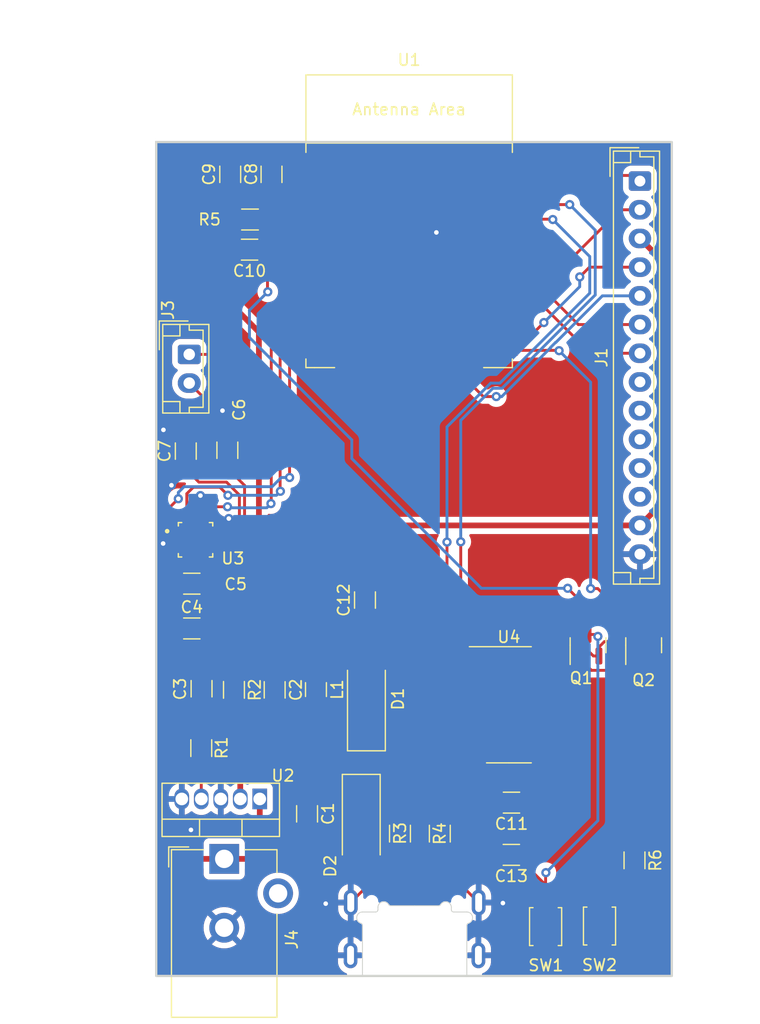
<source format=kicad_pcb>
(kicad_pcb (version 20221018) (generator pcbnew)
  (layers (0 "F.Cu" signal) (31 "B.Cu" signal) (34 "B.Paste" user) (35 "F.Paste" user) (36 "B.SilkS" user "B.Silkscreen") (37 "F.SilkS" user "F.Silkscreen") (38 "B.Mask" user) (39 "F.Mask" user) (44 "Edge.Cuts" user))
  (net 0 "")
  (net 1 "VCC")
  (net 2 "GND")
  (net 3 "Net-(U2-FB)")
  (net 4 "Net-(C4-Pad1)")
  (net 5 "Net-(J3-Pin_1)")
  (net 6 "EN")
  (net 7 "Net-(D1-K)")
  (net 8 "MISO")
  (net 9 "MOSI")
  (net 10 "DC")
  (net 11 "RESET")
  (net 12 "SCLK")
  (net 13 "DIN")
  (net 14 "CS2")
  (net 19 "Net-(J2-CC1)")
  (net 20 "D+")
  (net 21 "D-")
  (net 23 "Net-(J2-CC2)")
  (net 25 "Net-(Q1-G)")
  (net 26 "Net-(Q1-S)")
  (net 27 "BOOT")
  (net 28 "Net-(R6-Pad2)")
  (net 35 "PWR")
  (net 36 "Net-(J3-Pin_2)")
  (net 41 "RX2")
  (net 43 "CS")
  (net 45 "RX0")
  (net 46 "TX0")
  (net 49 "LRCLK")
  (net 50 "BCLK")
  (net 60 "Net-(D2-A)")
  (footprint "PCM_marbastlib-various:USB_C_Receptacle_HRO_TYPE-C-31-M-14" (layer "F.Cu") (at 199.285 152.5725)
    (fp_text reference "J2" hide)
    (fp_text value "USB_C_Receptacle_USB2.0" hide)
    (fp_line (start -4.554999 2.075821) (end -4.554999 6.435) (stroke (width 0.08)) (layer "Edge.Cuts"))
    (fp_line (start -3.404998 0.905) (end -4.554999 0.905) (stroke (width 0.08)) (layer "Edge.Cuts"))
    (fp_line (start -3.204999 0.505) (end -3.204999 0.705) (stroke (width 0.08)) (layer "Edge.Cuts"))
    (fp_line (start -0.004999 0.355) (end -2.098781 0.355) (stroke (width 0.08)) (layer "Edge.Cuts"))
    (fp_line (start -0.004999 0.355) (end 2.088783 0.355) (stroke (width 0.08)) (layer "Edge.Cuts"))
    (fp_line (start 3.195001 0.505) (end 3.195001 0.705) (stroke (width 0.08)) (layer "Edge.Cuts"))
    (fp_line (start 3.395 0.905) (end 4.545001 0.905) (stroke (width 0.08)) (layer "Edge.Cuts"))
    (fp_line (start 4.545001 2.075821) (end 4.545001 6.435) (stroke (width 0.08)) (layer "Edge.Cuts"))
    (fp_arc (start -4.697856 1.884157) (mid -5.04976 1.332815) (end -4.554999 0.905) (stroke (width 0.08)) (layer "Edge.Cuts"))
    (fp_arc (start -4.697856 1.884158) (mid -4.594642 1.956298) (end -4.554999 2.075821) (stroke (width 0.08)) (layer "Edge.Cuts"))
    (fp_arc (start -3.204999 0.505) (mid -2.834408 0.022037) (end -2.271986 0.255) (stroke (width 0.08)) (layer "Edge.Cuts"))
    (fp_arc (start -3.204998 0.705) (mid -3.263577 0.846421) (end -3.404998 0.905) (stroke (width 0.08)) (layer "Edge.Cuts"))
    (fp_arc (start -2.098781 0.355) (mid -2.198781 0.328205) (end -2.271986 0.255) (stroke (width 0.08)) (layer "Edge.Cuts"))
    (fp_arc (start 2.261988 0.255) (mid 2.188782 0.328199) (end 2.088783 0.355) (stroke (width 0.08)) (layer "Edge.Cuts"))
    (fp_arc (start 2.261988 0.255) (mid 2.82441 0.022038) (end 3.195001 0.505) (stroke (width 0.08)) (layer "Edge.Cuts"))
    (fp_arc (start 3.395 0.904999) (mid 3.253579 0.846421) (end 3.195001 0.705) (stroke (width 0.08)) (layer "Edge.Cuts"))
    (fp_arc (start 4.545001 0.904999) (mid 5.039763 1.332815) (end 4.687858 1.884158) (stroke (width 0.08)) (layer "Edge.Cuts"))
    (fp_arc (start 4.545001 2.075821) (mid 4.584645 1.95631) (end 4.687858 1.884158) (stroke (width 0.08)) (layer "Edge.Cuts"))
  )
  (footprint "Capacitor_SMD:C_1206_3216Metric_Pad1.33x1.80mm_HandSolder" (layer "F.Cu") (at 187.075 134.125 -90)
    (fp_text reference "C2")
    (fp_text value "220uF" hide)
  )
  (footprint "Connector_JST:JST_EH_B14B-EH-A_1x14_P2.50mm_Vertical" (layer "F.Cu") (at 218.925 89.8 -90)
    (fp_text reference "J1")
    (fp_text value "LCD + SD" hide)
  )
  (footprint "Capacitor_SMD:C_1206_3216Metric_Pad1.33x1.80mm_HandSolder" (layer "F.Cu") (at 183.2 89.2125 90)
    (fp_text reference "C9")
    (fp_text value "100nF" hide)
  )
  (footprint "Package_TO_SOT_SMD:SOT-23" (layer "F.Cu") (at 219.25 130.2375 90)
    (fp_text reference "Q2")
    (fp_text value "BSS138" hide)
  )
  (footprint "Capacitor_SMD:C_1206_3216Metric_Pad1.33x1.80mm_HandSolder" (layer "F.Cu") (at 179.325 113.325 90)
    (fp_text reference "C7")
    (fp_text value "220p" hide)
  )
  (footprint "MAX98357AETE_T:QFN50P300X300X80-17N" (layer "F.Cu") (at 180.175 121.05)
    (fp_text reference "U3")
    (fp_text value "MAX98357AETE_T" hide)
  )
  (footprint "Resistor_SMD:R_1206_3216Metric_Pad1.30x1.75mm_HandSolder" (layer "F.Cu") (at 218.45 148.975 -90)
    (fp_text reference "R6")
    (fp_text value "100R" hide)
  )
  (footprint "Diode_SMD:D_SMA_Handsoldering" (layer "F.Cu") (at 195.075 134.925 90)
    (fp_text reference "D1")
    (fp_text value "1N5822" hide)
  )
  (footprint "Capacitor_SMD:C_1206_3216Metric_Pad1.33x1.80mm_HandSolder" (layer "F.Cu") (at 179.85 124.875)
    (fp_text reference "C5")
    (fp_text value "10u" hide)
  )
  (footprint "Capacitor_SMD:C_1206_3216Metric_Pad1.33x1.80mm_HandSolder" (layer "F.Cu") (at 207.725 143.95 180)
    (fp_text reference "C11")
    (fp_text value "100nF" hide)
  )
  (footprint "Capacitor_SMD:C_1206_3216Metric_Pad1.33x1.80mm_HandSolder" (layer "F.Cu") (at 207.7125 148.5 180)
    (fp_text reference "C13")
    (fp_text value "1uF" hide)
  )
  (footprint "PCM_Espressif:ESP32-WROOM-32E" (layer "F.Cu") (at 198.8 95.05)
    (fp_text reference "U1")
    (fp_text value "ESP32-WROOM-E")
  )
  (footprint "Button_Switch_SMD:SW_SPST_B3U-1000P" (layer "F.Cu") (at 210.7 154.75 -90)
    (fp_text reference "SW1")
    (fp_text value "SW_Push" hide)
  )
  (footprint "Capacitor_SMD:C_1206_3216Metric_Pad1.33x1.80mm_HandSolder" (layer "F.Cu") (at 184.8875 95.775 180)
    (fp_text reference "C10")
    (fp_text value "1pF" hide)
  )
  (footprint "Button_Switch_SMD:SW_SPST_B3U-1000P" (layer "F.Cu") (at 215.4 154.7 -90)
    (fp_text reference "SW2")
    (fp_text value "SW_Push" hide)
  )
  (footprint "Package_TO_SOT_THT:TO-220-5_Vertical" (layer "F.Cu") (at 185.775 143.63 180)
    (fp_text reference "U2")
    (fp_text value "LM2596T-ADJ" hide)
  )
  (footprint "Package_SO:SOIC-16_3.9x9.9mm_P1.27mm" (layer "F.Cu") (at 207.5 135.425)
    (fp_text reference "U4")
    (fp_text value "CH340C" hide)
  )
  (footprint "Inductor_SMD:L_1206_3216Metric_Pad1.42x1.75mm_HandSolder" (layer "F.Cu") (at 190.675 134.1 90)
    (fp_text reference "L1")
    (fp_text value "33uH" hide)
  )
  (footprint "Capacitor_SMD:C_1206_3216Metric_Pad1.33x1.80mm_HandSolder" (layer "F.Cu") (at 180.7 134.025 -90)
    (fp_text reference "C3")
    (fp_text value "0.1pF" hide)
  )
  (footprint "Resistor_SMD:R_1206_3216Metric_Pad1.30x1.75mm_HandSolder" (layer "F.Cu") (at 201.475 146.65 90)
    (fp_text reference "R4")
    (fp_text value "5.1K" hide)
  )
  (footprint "Capacitor_SMD:C_1206_3216Metric_Pad1.33x1.80mm_HandSolder" (layer "F.Cu") (at 186.8 89.2125 90)
    (fp_text reference "C8")
    (fp_text value "22uF" hide)
  )
  (footprint "Connector_BarrelJack:BarrelJack_CUI_PJ-102AH_Horizontal" (layer "F.Cu") (at 182.675 148.85)
    (fp_text reference "J4")
    (fp_text value "Barrel_Jack_MountingPin" hide)
  )
  (footprint "Capacitor_SMD:C_1206_3216Metric_Pad1.33x1.80mm_HandSolder" (layer "F.Cu") (at 189.9 144.925 90)
    (fp_text reference "C1")
    (fp_text value "100uF" hide)
  )
  (footprint "Resistor_SMD:R_1206_3216Metric_Pad1.30x1.75mm_HandSolder" (layer "F.Cu") (at 198 146.65 90)
    (fp_text reference "R3")
    (fp_text value "5.1K" hide)
  )
  (footprint "Capacitor_SMD:C_1206_3216Metric_Pad1.33x1.80mm_HandSolder" (layer "F.Cu") (at 179.85 128.775)
    (fp_text reference "C4")
    (fp_text value "0.1u" hide)
  )
  (footprint "Diode_SMD:D_SMA_Handsoldering" (layer "F.Cu") (at 194.625 146 -90)
    (fp_text reference "D2")
    (fp_text value "SS110A" hide)
  )
  (footprint "Capacitor_SMD:C_1206_3216Metric_Pad1.33x1.80mm_HandSolder" (layer "F.Cu") (at 182.95 113.25 90)
    (fp_text reference "C6")
    (fp_text value "220p" hide)
  )
  (footprint "Connector_JST:JST_EH_B2B-EH-A_1x02_P2.50mm_Vertical" (layer "F.Cu") (at 179.625 104.9 -90)
    (fp_text reference "J3")
    (fp_text value "SPEAKER" hide)
  )
  (footprint "Capacitor_SMD:C_1206_3216Metric_Pad1.33x1.80mm_HandSolder" (layer "F.Cu") (at 194.95 126.3 90)
    (fp_text reference "C12")
    (fp_text value "100nF" hide)
  )
  (footprint "Package_TO_SOT_SMD:SOT-23" (layer "F.Cu") (at 214.4 130.2375 90)
    (fp_text reference "Q1")
    (fp_text value "BSS138" hide)
  )
  (footprint "Resistor_SMD:R_1206_3216Metric_Pad1.30x1.75mm_HandSolder" (layer "F.Cu") (at 184.925 93.15)
    (fp_text reference "R5")
    (fp_text value "10K" hide)
  )
  (footprint "Resistor_SMD:R_1206_3216Metric_Pad1.30x1.75mm_HandSolder" (layer "F.Cu") (at 183.525 134.125 -90)
    (fp_text reference "R2")
    (fp_text value "1.8K" hide)
  )
  (footprint "Resistor_SMD:R_1206_3216Metric_Pad1.30x1.75mm_HandSolder" (layer "F.Cu") (at 180.675 139.2 90)
    (fp_text reference "R1")
    (fp_text value "1K" hide)
  )
  (gr_rect (start 176.75 86.4) (end 221.7 159.05) (stroke (width 0.2)) (fill none) (layer "Edge.Cuts"))
  (segment (start 192.475 143.65) (end 191.825 144.3) (width 0.5) (layer "F.Cu") (net 1))
  (segment (start 180.275 148.85) (end 182.675 148.85) (width 0.5) (layer "F.Cu") (net 1))
  (segment (start 191.825 148.275) (end 190.225 148.275) (width 0.5) (layer "F.Cu") (net 1))
  (segment (start 180.425 122.485) (end 180.425 123.05) (width 0.25) (layer "F.Cu") (net 1))
  (segment (start 177.425 132.6) (end 178.275 131.75) (width 0.5) (layer "F.Cu") (net 1))
  (segment (start 182.675 148.85) (end 184.725 148.85) (width 0.5) (layer "F.Cu") (net 1))
  (segment (start 178.2875 124.875) (end 178.2875 128.775) (width 0.5) (layer "F.Cu") (net 1))
  (segment (start 178.275 130.0625) (end 178.2875 130.05) (width 0.5) (layer "F.Cu") (net 1))
  (segment (start 185.7825 143.6375) (end 185.775 143.63) (width 0.5) (layer "F.Cu") (net 1))
  (segment (start 191.825 144.3) (end 191.825 148.275) (width 0.5) (layer "F.Cu") (net 1))
  (segment (start 178.275 123.6) (end 178.2875 123.6125) (width 0.25) (layer "F.Cu") (net 1))
  (segment (start 178.275 131.75) (end 178.275 130.0625) (width 0.5) (layer "F.Cu") (net 1))
  (segment (start 184.725 148.85) (end 187.0875 146.4875) (width 0.5) (layer "F.Cu") (net 1))
  (segment (start 178.2875 128.775) (end 178.2875 130.05) (width 0.5) (layer "F.Cu") (net 1))
  (segment (start 177.425 146) (end 180.275 148.85) (width 0.5) (layer "F.Cu") (net 1))
  (segment (start 180.425 123.05) (end 180.175 123.3) (width 0.25) (layer "F.Cu") (net 1))
  (segment (start 190.225 148.275) (end 189.9 147.95) (width 0.5) (layer "F.Cu") (net 1))
  (segment (start 194.35 143.65) (end 192.475 143.65) (width 0.5) (layer "F.Cu") (net 1))
  (segment (start 177.425 146) (end 177.425 132.6) (width 0.5) (layer "F.Cu") (net 1))
  (segment (start 178.275 124.8625) (end 178.2875 124.875) (width 0.25) (layer "F.Cu") (net 1))
  (segment (start 178.275 123.6375) (end 178.275 124.8625) (width 0.25) (layer "F.Cu") (net 1))
  (segment (start 185.775 145.175) (end 187.0875 146.4875) (width 0.5) (layer "F.Cu") (net 1))
  (segment (start 187.0875 146.4875) (end 189.9 146.4875) (width 0.5) (layer "F.Cu") (net 1))
  (segment (start 178.575 123.3) (end 178.275 123.6) (width 0.25) (layer "F.Cu") (net 1))
  (segment (start 194.3625 143.6375) (end 194.35 143.65) (width 0.5) (layer "F.Cu") (net 1))
  (segment (start 185.775 143.63) (end 185.775 145.175) (width 0.5) (layer "F.Cu") (net 1))
  (segment (start 180.175 123.3) (end 178.575 123.3) (width 0.25) (layer "F.Cu") (net 1))
  (segment (start 189.9 147.95) (end 189.9 146.4875) (width 0.5) (layer "F.Cu") (net 1))
  (segment (start 194.99 151.3725) (end 193.71 152.6525) (width 0.25) (layer "F.Cu") (net 2))
  (segment (start 182.375 143.63) (end 182.375 145.8) (width 0.25) (layer "F.Cu") (net 2))
  (segment (start 178.74 121.3) (end 177.425 121.3) (width 0.25) (layer "F.Cu") (net 2))
  (segment (start 204.84 157.2525) (end 204.84 152.6725) (width 0.25) (layer "F.Cu") (net 2))
  (segment (start 191.525 152.75) (end 193.6125 152.75) (width 0.25) (layer "F.Cu") (net 2))
  (segment (start 204.84 152.6725) (end 204.86 152.6525) (width 0.25) (layer "F.Cu") (net 2))
  (segment (start 206.975 152.7) (end 204.9075 152.7) (width 0.25) (layer "F.Cu") (net 2))
  (segment (start 182.355 119.92) (end 182.355 120.54985) (width 0.25) (layer "F.Cu") (net 2))
  (segment (start 181.85 146.325) (end 179.775 146.325) (width 0.25) (layer "F.Cu") (net 2))
  (segment (start 179.775 146.325) (end 178.975 145.525) (width 0.25) (layer "F.Cu") (net 2))
  (segment (start 178.975 145.525) (end 178.975 143.63) (width 0.25) (layer "F.Cu") (net 2))
  (segment (start 180.6 117.1995) (end 179.925 117.8745) (width 0.25) (layer "F.Cu") (net 2))
  (segment (start 182.10485 120.8) (end 181.61 120.8) (width 0.25) (layer "F.Cu") (net 2))
  (segment (start 183.075 119.2) (end 182.355 119.92) (width 0.25) (layer "F.Cu") (net 2))
  (segment (start 204.9075 152.7) (end 204.86 152.6525) (width 0.25) (layer "F.Cu") (net 2))
  (segment (start 182.375 145.8) (end 181.85 146.325) (width 0.25) (layer "F.Cu") (net 2))
  (segment (start 203.58 151.3725) (end 204.86 152.6525) (width 0.25) (layer "F.Cu") (net 2))
  (segment (start 193.6125 152.75) (end 193.71 152.6525) (width 0.25) (layer "F.Cu") (net 2))
  (segment (start 193.69 157.2525) (end 193.69 152.6725) (width 0.25) (layer "F.Cu") (net 2))
  (segment (start 182.355 120.54985) (end 182.10485 120.8) (width 0.25) (layer "F.Cu") (net 2))
  (segment (start 177.425 121.3) (end 177.35 121.375) (width 0.25) (layer "F.Cu") (net 2))
  (segment (start 178.74 120.8) (end 178.74 121.3) (width 0.25) (layer "F.Cu") (net 2))
  (segment (start 196.085 151.3725) (end 194.99 151.3725) (width 0.25) (layer "F.Cu") (net 2))
  (segment (start 191.525 152.75) (end 191.7 152.575) (width 0.25) (layer "F.Cu") (net 2))
  (segment (start 202.485 151.3725) (end 203.58 151.3725) (width 0.25) (layer "F.Cu") (net 2))
  (segment (start 193.69 152.6725) (end 193.71 152.6525) (width 0.25) (layer "F.Cu") (net 2))
  (segment (start 179.925 117.8745) (end 179.925 119.615) (width 0.25) (layer "F.Cu") (net 2))
  (via (at 180.6 117.1995) (size 0.8) (drill 0.4) (layers "F.Cu" "B.Cu") (net 2))
  (via (at 178.075 116.3) (size 0.8) (drill 0.4) (layers "F.Cu" "B.Cu") (net 2))
  (via (at 183.075 119.2) (size 0.8) (drill 0.4) (layers "F.Cu" "B.Cu") (net 2))
  (via (at 182.525 109.8) (size 0.8) (drill 0.4) (layers "F.Cu" "B.Cu") (net 2))
  (via (at 179.775 146.325) (size 0.8) (drill 0.4) (layers "F.Cu" "B.Cu") (net 2))
  (via (at 177.375 111.475) (size 0.8) (drill 0.4) (layers "F.Cu" "B.Cu") (net 2))
  (via (at 177.35 121.375) (size 0.8) (drill 0.4) (layers "F.Cu" "B.Cu") (net 2))
  (via (at 206.975 152.7) (size 0.8) (drill 0.4) (layers "F.Cu" "B.Cu") (net 2))
  (via (at 191.525 152.75) (size 0.8) (drill 0.4) (layers "F.Cu" "B.Cu") (net 2))
  (via (at 201.175 94.275) (size 0.8) (drill 0.4) (layers "F.Cu" "B.Cu") (net 2))
  (segment (start 179.1 140.75) (end 180.675 140.75) (width 0.25) (layer "F.Cu") (net 3))
  (segment (start 183.4375 135.5875) (end 183.525 135.675) (width 0.25) (layer "F.Cu") (net 3))
  (segment (start 180.7 135.5875) (end 183.4375 135.5875) (width 0.25) (layer "F.Cu") (net 3))
  (segment (start 178.65 136.45) (end 178.65 140.375) (width 0.25) (layer "F.Cu") (net 3))
  (segment (start 178.65 140.375) (end 179.1 140.75) (width 0.25) (layer "F.Cu") (net 3))
  (segment (start 180.7 135.5875) (end 179.5125 135.5875) (width 0.25) (layer "F.Cu") (net 3))
  (segment (start 180.675 140.75) (end 180.675 143.63) (width 0.25) (layer "F.Cu") (net 3))
  (segment (start 179.5125 135.5875) (end 178.65 136.45) (width 0.25) (layer "F.Cu") (net 3))
  (segment (start 183.325 121.3) (end 181.61 121.3) (width 0.25) (layer "F.Cu") (net 5))
  (segment (start 184 117.15) (end 184 120.625) (width 0.25) (layer "F.Cu") (net 5))
  (segment (start 179.325 114.8875) (end 180.7875 114.8875) (width 0.25) (layer "F.Cu") (net 5))
  (segment (start 181.05 108.825) (end 179.625 107.4) (width 0.25) (layer "F.Cu") (net 5))
  (segment (start 179.325 114.8875) (end 180.4625 116.025) (width 0.25) (layer "F.Cu") (net 5))
  (segment (start 184 120.625) (end 183.325 121.3) (width 0.25) (layer "F.Cu") (net 5))
  (segment (start 180.4625 116.025) (end 182.875 116.025) (width 0.25) (layer "F.Cu") (net 5))
  (segment (start 180.7875 114.8875) (end 181.05 114.625) (width 0.25) (layer "F.Cu") (net 5))
  (segment (start 182.875 116.025) (end 184 117.15) (width 0.25) (layer "F.Cu") (net 5))
  (segment (start 181.05 114.625) (end 181.05 108.825) (width 0.25) (layer "F.Cu") (net 5))
  (segment (start 189.3 90.58) (end 187.1025 92.7775) (width 0.25) (layer "F.Cu") (net 6))
  (segment (start 209.25 143.9125) (end 209.2875 143.95) (width 0.25) (layer "F.Cu") (net 6))
  (segment (start 186.475 99.45) (end 186.45 99.425) (width 0.25) (layer "F.Cu") (net 6))
  (segment (start 214.4 129.3) (end 215.089384 129.3) (width 0.25) (layer "F.Cu") (net 6))
  (segment (start 209.2875 148.4875) (end 209.275 148.5) (width 0.25) (layer "F.Cu") (net 6))
  (segment (start 210.7 151.125) (end 209.275 149.7) (width 0.25) (layer "F.Cu") (net 6))
  (segment (start 210.7 151.125) (end 210.7 153.05) (width 0.25) (layer "F.Cu") (net 6))
  (segment (start 209.275 149.7) (end 209.275 148.5) (width 0.25) (layer "F.Cu") (net 6))
  (segment (start 215.089384 129.3) (end 215.257393 129.468009) (width 0.25) (layer "F.Cu") (net 6))
  (segment (start 186.73 93.15) (end 186.475 93.15) (width 0.25) (layer "F.Cu") (net 6))
  (segment (start 212.625 125.275) (end 214.4 127.05) (width 0.25) (layer "F.Cu") (net 6))
  (segment (start 210.725 150.05) (end 210.7 150.075) (width 0.25) (layer "F.Cu") (net 6))
  (segment (start 210.725 150.05) (end 210.725 149.95) (width 0.25) (layer "F.Cu") (net 6))
  (segment (start 209.2875 143.95) (end 209.2875 148.4875) (width 0.25) (layer "F.Cu") (net 6))
  (segment (start 186.45 99.425) (end 186.45 95.775) (width 0.25) (layer "F.Cu") (net 6))
  (segment (start 210.7 150.075) (end 210.7 151.125) (width 0.25) (layer "F.Cu") (net 6))
  (segment (start 186.45 93.43) (end 187.1025 92.7775) (width 0.25) (layer "F.Cu") (net 6))
  (segment (start 186.45 95.775) (end 186.45 93.43) (width 0.25) (layer "F.Cu") (net 6))
  (segment (start 190.05 90.58) (end 189.3 90.58) (width 0.25) (layer "F.Cu") (net 6))
  (segment (start 214.4 127.05) (end 214.4 129.3) (width 0.25) (layer "F.Cu") (net 6))
  (segment (start 187.1025 92.7775) (end 186.73 93.15) (width 0.25) (layer "F.Cu") (net 6))
  (via (at 186.475 99.45) (size 0.8) (drill 0.4) (layers "F.Cu" "B.Cu") (net 6))
  (via (at 215.257393 129.468009) (size 0.8) (drill 0.4) (layers "F.Cu" "B.Cu") (net 6))
  (via (at 210.725 150.05) (size 0.8) (drill 0.4) (layers "F.Cu" "B.Cu") (net 6))
  (via (at 212.625 125.275) (size 0.8) (drill 0.4) (layers "F.Cu" "B.Cu") (net 6))
  (segment (start 184.875 103.425) (end 193.8 112.35) (width 0.25) (layer "B.Cu") (net 6))
  (segment (start 184.875 101.05) (end 184.875 103.425) (width 0.25) (layer "B.Cu") (net 6))
  (segment (start 193.8 113.975305) (end 205.099695 125.275) (width 0.25) (layer "B.Cu") (net 6))
  (segment (start 205.099695 125.275) (end 212.625 125.275) (width 0.25) (layer "B.Cu") (net 6))
  (segment (start 193.8 112.35) (end 193.8 113.975305) (width 0.25) (layer "B.Cu") (net 6))
  (segment (start 215.257393 129.468009) (end 215.257393 145.517607) (width 0.25) (layer "B.Cu") (net 6))
  (segment (start 186.475 99.45) (end 184.875 101.05) (width 0.25) (layer "B.Cu") (net 6))
  (segment (start 215.257393 145.517607) (end 210.725 150.05) (width 0.25) (layer "B.Cu") (net 6))
  (segment (start 191.15 137.425) (end 190.675 136.95) (width 0.5) (layer "F.Cu") (net 7))
  (segment (start 190.675 136.95) (end 190.675 135.5875) (width 0.5) (layer "F.Cu") (net 7))
  (segment (start 185.325 140.575) (end 184.075 141.825) (width 0.5) (layer "F.Cu") (net 7))
  (segment (start 195.075 139.5) (end 194 140.575) (width 0.5) (layer "F.Cu") (net 7))
  (segment (start 194 140.575) (end 185.325 140.575) (width 0.5) (layer "F.Cu") (net 7))
  (segment (start 195.075 137.425) (end 195.075 139.5) (width 0.5) (layer "F.Cu") (net 7))
  (segment (start 195.075 137.425) (end 191.15 137.425) (width 0.5) (layer "F.Cu") (net 7))
  (segment (start 184.075 141.825) (end 184.075 143.63) (width 0.5) (layer "F.Cu") (net 7))
  (segment (start 212.57 96.93) (end 207.55 96.93) (width 0.25) (layer "F.Cu") (net 8))
  (segment (start 217.2 92.3) (end 212.57 96.93) (width 0.25) (layer "F.Cu") (net 8))
  (segment (start 218.925 92.3) (end 217.2 92.3) (width 0.25) (layer "F.Cu") (net 8))
  (segment (start 218.435 89.31) (end 218.925 89.8) (width 0.25) (layer "F.Cu") (net 9))
  (segment (start 207.55 89.31) (end 218.435 89.31) (width 0.25) (layer "F.Cu") (net 9))
  (segment (start 209.395 103.28) (end 210.55 102.125) (width 0.25) (layer "F.Cu") (net 10))
  (segment (start 214.525 97.3) (end 218.925 97.3) (width 0.25) (layer "F.Cu") (net 10))
  (segment (start 207.55 103.28) (end 209.395 103.28) (width 0.25) (layer "F.Cu") (net 10))
  (segment (start 213.675 98.15) (end 214.525 97.3) (width 0.25) (layer "F.Cu") (net 10))
  (via (at 210.55 102.125) (size 0.8) (drill 0.4) (layers "F.Cu" "B.Cu") (net 10))
  (via (at 213.675 98.15) (size 0.8) (drill 0.4) (layers "F.Cu" "B.Cu") (net 10))
  (segment (start 213.675 99) (end 210.55 102.125) (width 0.25) (layer "B.Cu") (net 10))
  (segment (start 213.675 98.15) (end 213.675 99) (width 0.25) (layer "B.Cu") (net 10))
  (segment (start 203.24 106.55) (end 205.265 108.575) (width 0.25) (layer "F.Cu") (net 11))
  (segment (start 203.24 105.8) (end 203.24 106.55) (width 0.25) (layer "F.Cu") (net 11))
  (segment (start 205.265 108.575) (end 206.4 108.575) (width 0.25) (layer "F.Cu") (net 11))
  (via (at 206.4 108.575) (size 0.8) (drill 0.4) (layers "F.Cu" "B.Cu") (net 11))
  (segment (start 211.15 104.274695) (end 211.574695 103.85) (width 0.25) (layer "B.Cu") (net 11))
  (segment (start 206.875 108.575) (end 211.15 104.3) (width 0.25) (layer "B.Cu") (net 11))
  (segment (start 215.65 99.8) (end 218.925 99.8) (width 0.25) (layer "B.Cu") (net 11))
  (segment (start 211.574695 103.85) (end 211.6 103.85) (width 0.25) (layer "B.Cu") (net 11))
  (segment (start 211.15 104.3) (end 211.15 104.274695) (width 0.25) (layer "B.Cu") (net 11))
  (segment (start 206.4 108.575) (end 206.875 108.575) (width 0.25) (layer "B.Cu") (net 11))
  (segment (start 211.6 103.85) (end 215.65 99.8) (width 0.25) (layer "B.Cu") (net 11))
  (segment (start 207.55 98.2) (end 209.45 98.2) (width 0.25) (layer "F.Cu") (net 12))
  (segment (start 209.45 98.2) (end 213.55 102.3) (width 0.25) (layer "F.Cu") (net 12))
  (segment (start 213.55 102.3) (end 218.925 102.3) (width 0.25) (layer "F.Cu") (net 12))
  (segment (start 177.825 118.325) (end 178.675 117.475) (width 0.25) (layer "F.Cu") (net 13))
  (segment (start 178.175 120.3) (end 177.825 119.95) (width 0.25) (layer "F.Cu") (net 13))
  (segment (start 177.825 119.95) (end 177.825 118.325) (width 0.25) (layer "F.Cu") (net 13))
  (segment (start 178.74 120.3) (end 178.175 120.3) (width 0.25) (layer "F.Cu") (net 13))
  (segment (start 188.375 102.935) (end 189.3 102.01) (width 0.25) (layer "F.Cu") (net 13))
  (segment (start 189.3 102.01) (end 190.05 102.01) (width 0.25) (layer "F.Cu") (net 13))
  (segment (start 188.375 115.625) (end 188.375 102.935) (width 0.25) (layer "F.Cu") (net 13))
  (via (at 178.675 117.475) (size 0.8) (drill 0.4) (layers "F.Cu" "B.Cu") (net 13))
  (via (at 188.375 115.625) (size 0.8) (drill 0.4) (layers "F.Cu" "B.Cu") (net 13))
  (segment (start 186.85 116.425) (end 179.175 116.425) (width 0.25) (layer "B.Cu") (net 13))
  (segment (start 188.375 115.625) (end 187.65 115.625) (width 0.25) (layer "B.Cu") (net 13))
  (segment (start 187.65 115.625) (end 186.85 116.425) (width 0.25) (layer "B.Cu") (net 13))
  (segment (start 179.175 116.425) (end 178.675 116.925) (width 0.25) (layer "B.Cu") (net 13))
  (segment (start 178.675 116.925) (end 178.675 117.475) (width 0.25) (layer "B.Cu") (net 13))
  (segment (start 198.05 151.3575) (end 198.01 151.3975) (width 0.25) (layer "F.Cu") (net 19))
  (segment (start 198 148.2) (end 198.05 148.25) (width 0.25) (layer "F.Cu") (net 19))
  (segment (start 198.01 151.3975) (end 198.01 151.8225) (width 0.25) (layer "F.Cu") (net 19))
  (segment (start 198.05 148.25) (end 198.05 151.3575) (width 0.25) (layer "F.Cu") (net 19))
  (segment (start 199.035 149.615) (end 199.035 151.3725) (width 0.2) (layer "F.Cu") (net 20))
  (segment (start 201.49 136.06) (end 199.475 138.075) (width 0.2) (layer "F.Cu") (net 20))
  (segment (start 199.475 149.175) (end 199.035 149.615) (width 0.2) (layer "F.Cu") (net 20))
  (segment (start 199.475 138.075) (end 199.475 149.175) (width 0.2) (layer "F.Cu") (net 20))
  (segment (start 205.025 136.06) (end 201.49 136.06) (width 0.2) (layer "F.Cu") (net 20))
  (segment (start 199.535 151.7975) (end 199.51 151.8225) (width 0.2) (layer "F.Cu") (net 21))
  (segment (start 199.875 149.475) (end 199.515 149.835) (width 0.2) (layer "F.Cu") (net 21))
  (segment (start 201.795 137.33) (end 199.875 139.25) (width 0.2) (layer "F.Cu") (net 21))
  (segment (start 199.535 149.855) (end 199.535 151.7975) (width 0.2) (layer "F.Cu") (net 21))
  (segment (start 205.025 137.33) (end 201.795 137.33) (width 0.2) (layer "F.Cu") (net 21))
  (segment (start 199.875 139.25) (end 199.875 149.475) (width 0.2) (layer "F.Cu") (net 21))
  (segment (start 199.515 149.835) (end 199.535 149.855) (width 0.2) (layer "F.Cu") (net 21))
  (segment (start 201.035 151.7975) (end 201.035 150.39) (width 0.25) (layer "F.Cu") (net 23))
  (segment (start 201.475 149.95) (end 201.475 148.2) (width 0.25) (layer "F.Cu") (net 23))
  (segment (start 201.035 150.39) (end 201.475 149.95) (width 0.25) (layer "F.Cu") (net 23))
  (segment (start 201.01 151.8225) (end 201.035 151.7975) (width 0.25) (layer "F.Cu") (net 23))
  (segment (start 214.7 132.425) (end 213.45 131.175) (width 0.25) (layer "F.Cu") (net 25))
  (segment (start 220.2 131.175) (end 218.95 132.425) (width 0.25) (layer "F.Cu") (net 25))
  (segment (start 212.2 133.54) (end 210.95 134.79) (width 0.25) (layer "F.Cu") (net 25))
  (segment (start 213.45 131.175) (end 212.2 132.425) (width 0.25) (layer "F.Cu") (net 25))
  (segment (start 218.95 132.425) (end 214.7 132.425) (width 0.25) (layer "F.Cu") (net 25))
  (segment (start 210.95 134.79) (end 209.975 134.79) (width 0.25) (layer "F.Cu") (net 25))
  (segment (start 212.2 132.425) (end 212.2 133.54) (width 0.25) (layer "F.Cu") (net 25))
  (segment (start 215.35 130.4) (end 215.825 129.925) (width 0.25) (layer "F.Cu") (net 26))
  (segment (start 211.575 132.4) (end 211.575 131.640748) (width 0.25) (layer "F.Cu") (net 26))
  (segment (start 213.803248 130.1125) (end 214.865748 131.175) (width 0.25) (layer "F.Cu") (net 26))
  (segment (start 213.103248 130.1125) (end 213.803248 130.1125) (width 0.25) (layer "F.Cu") (net 26))
  (segment (start 215.825 129.925) (end 217.7 129.925) (width 0.25) (layer "F.Cu") (net 26))
  (segment (start 209.975 133.52) (end 210.455 133.52) (width 0.25) (layer "F.Cu") (net 26))
  (segment (start 211.575 131.640748) (end 213.103248 130.1125) (width 0.25) (layer "F.Cu") (net 26))
  (segment (start 217.7 129.925) (end 218.3 130.525) (width 0.25) (layer "F.Cu") (net 26))
  (segment (start 210.455 133.52) (end 211.575 132.4) (width 0.25) (layer "F.Cu") (net 26))
  (segment (start 218.3 130.525) (end 218.3 131.175) (width 0.25) (layer "F.Cu") (net 26))
  (segment (start 214.865748 131.175) (end 215.35 131.175) (width 0.25) (layer "F.Cu") (net 26))
  (segment (start 215.35 131.175) (end 215.35 130.4) (width 0.25) (layer "F.Cu") (net 26))
  (segment (start 219.25 129.3) (end 215.25 125.3) (width 0.25) (layer "F.Cu") (net 27))
  (segment (start 219.734252 129.3) (end 221.25 130.815748) (width 0.25) (layer "F.Cu") (net 27))
  (segment (start 211.85 104.55) (end 207.55 104.55) (width 0.25) (layer "F.Cu") (net 27))
  (segment (start 221.25 144.625) (end 218.45 147.425) (width 0.25) (layer "F.Cu") (net 27))
  (segment (start 211.875 104.575) (end 211.85 104.55) (width 0.25) (layer "F.Cu") (net 27))
  (segment (start 221.25 130.815748) (end 221.25 144.625) (width 0.25) (layer "F.Cu") (net 27))
  (segment (start 219.25 129.3) (end 219.734252 129.3) (width 0.25) (layer "F.Cu") (net 27))
  (segment (start 215.25 125.3) (end 214.625 125.3) (width 0.25) (layer "F.Cu") (net 27))
  (via (at 214.625 125.3) (size 0.8) (drill 0.4) (layers "F.Cu" "B.Cu") (net 27))
  (via (at 211.875 104.575) (size 0.8) (drill 0.4) (layers "F.Cu" "B.Cu") (net 27))
  (segment (start 214.625 107.325) (end 211.875 104.575) (width 0.25) (layer "B.Cu") (net 27))
  (segment (start 214.625 125.3) (end 214.625 107.325) (width 0.25) (layer "B.Cu") (net 27))
  (segment (start 218.275 153) (end 215.4 153) (width 0.25) (layer "F.Cu") (net 28))
  (segment (start 218.45 152.825) (end 218.275 153) (width 0.25) (layer "F.Cu") (net 28))
  (segment (start 218.45 150.525) (end 218.45 152.825) (width 0.25) (layer "F.Cu") (net 28))
  (segment (start 194.8875 127.825) (end 201.8525 134.79) (width 0.5) (layer "F.Cu") (net 35))
  (segment (start 186.125 127.825) (end 185.3375 127.825) (width 0.5) (layer "F.Cu") (net 35))
  (segment (start 185.7 102.95) (end 185.7 125.2) (width 0.5) (layer "F.Cu") (net 35))
  (segment (start 187.125 132.6125) (end 187.075 132.5625) (width 0.25) (layer "F.Cu") (net 35))
  (segment (start 186.8125 126.3125) (end 180.8 132.325) (width 0.5) (layer "F.Cu") (net 35))
  (segment (start 201.8525 134.79) (end 205.025 134.79) (width 0.5) (layer "F.Cu") (net 35))
  (segment (start 180.8 132.325) (end 180.8 132.5625) (width 0.5) (layer "F.Cu") (net 35))
  (segment (start 187.835 90.775) (end 186.8 90.775) (width 0.5) (layer "F.Cu") (net 35))
  (segment (start 183.2 90.775) (end 186.8 90.775) (width 0.5) (layer "F.Cu") (net 35))
  (segment (start 181.15 98.4) (end 185.7 102.95) (width 0.5) (layer "F.Cu") (net 35))
  (segment (start 183.2 90.775) (end 183.2 92.975) (width 0.5) (layer "F.Cu") (net 35))
  (segment (start 187.075 132.5625) (end 180.8 132.5625) (width 0.5) (layer "F.Cu") (net 35))
  (segment (start 218.925 119.8) (end 193.325 119.8) (width 0.5) (layer "F.Cu") (net 35))
  (segment (start 181.15 94.5) (end 181.15 98.4) (width 0.5) (layer "F.Cu") (net 35))
  (segment (start 185.3375 127.825) (end 180.7 132.4625) (width 0.5) (layer "F.Cu") (net 35))
  (segment (start 190.675 132.6125) (end 187.125 132.6125) (width 0.5) (layer "F.Cu") (net 35))
  (segment (start 190.05 89.31) (end 189.3 89.31) (width 0.5) (layer "F.Cu") (net 35))
  (segment (start 183.375 93.15) (end 182.5 93.15) (width 0.5) (layer "F.Cu") (net 35))
  (segment (start 193.325 119.8) (end 186.8125 126.3125) (width 0.5) (layer "F.Cu") (net 35))
  (segment (start 182.5 93.15) (end 181.15 94.5) (width 0.5) (layer "F.Cu") (net 35))
  (segment (start 221 96.875) (end 221 117.725) (width 0.5) (layer "F.Cu") (net 35))
  (segment (start 185.7 125.2) (end 186.8125 126.3125) (width 0.5) (layer "F.Cu") (net 35))
  (segment (start 189.3 89.31) (end 187.835 90.775) (width 0.5) (layer "F.Cu") (net 35))
  (segment (start 183.2 92.975) (end 183.375 93.15) (width 0.5) (layer "F.Cu") (net 35))
  (segment (start 185.3 127.825) (end 186.125 127.825) (width 0.5) (layer "F.Cu") (net 35))
  (segment (start 180.8 132.5625) (end 180.7 132.4625) (width 0.25) (layer "F.Cu") (net 35))
  (segment (start 218.925 94.8) (end 221 96.875) (width 0.5) (layer "F.Cu") (net 35))
  (segment (start 186.125 127.825) (end 194.8875 127.825) (width 0.5) (layer "F.Cu") (net 35))
  (segment (start 221 117.725) (end 218.925 119.8) (width 0.5) (layer "F.Cu") (net 35))
  (segment (start 183.55 121.8) (end 184.45 120.9) (width 0.25) (layer "F.Cu") (net 36))
  (segment (start 182.95 114.8125) (end 184.4625 114.8125) (width 0.25) (layer "F.Cu") (net 36))
  (segment (start 184.45 120.9) (end 184.45 116.3125) (width 0.25) (layer "F.Cu") (net 36))
  (segment (start 184.375 104.9) (end 179.625 104.9) (width 0.25) (layer "F.Cu") (net 36))
  (segment (start 184.925 114.35) (end 184.925 105.45) (width 0.25) (layer "F.Cu") (net 36))
  (segment (start 183.55 121.8) (end 181.61 121.8) (width 0.25) (layer "F.Cu") (net 36))
  (segment (start 184.925 105.45) (end 184.375 104.9) (width 0.25) (layer "F.Cu") (net 36))
  (segment (start 184.45 116.3125) (end 182.95 114.8125) (width 0.25) (layer "F.Cu") (net 36))
  (segment (start 184.4625 114.8125) (end 184.925 114.35) (width 0.25) (layer "F.Cu") (net 36))
  (segment (start 214.6 104.8) (end 218.925 104.8) (width 0.25) (layer "F.Cu") (net 43))
  (segment (start 209.27 99.47) (end 214.6 104.8) (width 0.25) (layer "F.Cu") (net 43))
  (segment (start 207.55 99.47) (end 209.27 99.47) (width 0.25) (layer "F.Cu") (net 43))
  (segment (start 205.025 133.52) (end 204.05 133.52) (width 0.25) (layer "F.Cu") (net 45))
  (segment (start 202.1 131.57) (end 202.1 121.25) (width 0.25) (layer "F.Cu") (net 45))
  (segment (start 211.295 93.12) (end 211.325 93.15) (width 0.25) (layer "F.Cu") (net 45))
  (segment (start 207.55 93.12) (end 211.295 93.12) (width 0.25) (layer "F.Cu") (net 45))
  (segment (start 204.05 133.52) (end 202.1 131.57) (width 0.25) (layer "F.Cu") (net 45))
  (via (at 211.325 93.15) (size 0.8) (drill 0.4) (layers "F.Cu" "B.Cu") (net 45))
  (via (at 202.1 121.25) (size 0.8) (drill 0.4) (layers "F.Cu" "B.Cu") (net 45))
  (segment (start 214.55 96.375) (end 211.325 93.15) (width 0.25) (layer "B.Cu") (net 45))
  (segment (start 214.55 99.563604) (end 214.55 96.375) (width 0.25) (layer "B.Cu") (net 45))
  (segment (start 205.913299 107.4) (end 206.713604 107.4) (width 0.25) (layer "B.Cu") (net 45))
  (segment (start 206.713604 107.4) (end 214.55 99.563604) (width 0.25) (layer "B.Cu") (net 45))
  (segment (start 202.1 121.25) (end 202.1 111.213299) (width 0.25) (layer "B.Cu") (net 45))
  (segment (start 202.1 111.213299) (end 205.913299 107.4) (width 0.25) (layer "B.Cu") (net 45))
  (segment (start 203.3 131.5) (end 203.3 121.225) (width 0.25) (layer "F.Cu") (net 46))
  (segment (start 204.05 132.25) (end 203.3 131.5) (width 0.25) (layer "F.Cu") (net 46))
  (segment (start 205.025 132.25) (end 204.05 132.25) (width 0.25) (layer "F.Cu") (net 46))
  (segment (start 212.8 91.85) (end 207.55 91.85) (width 0.25) (layer "F.Cu") (net 46))
  (via (at 212.8 91.85) (size 0.8) (drill 0.4) (layers "F.Cu" "B.Cu") (net 46))
  (via (at 203.3 121.225) (size 0.8) (drill 0.4) (layers "F.Cu" "B.Cu") (net 46))
  (segment (start 206.9 107.85) (end 215.025 99.725) (width 0.25) (layer "B.Cu") (net 46))
  (segment (start 215.025 94.075) (end 212.8 91.85) (width 0.25) (layer "B.Cu") (net 46))
  (segment (start 215.025 99.725) (end 215.025 94.075) (width 0.25) (layer "B.Cu") (net 46))
  (segment (start 203.3 110.649695) (end 206.099695 107.85) (width 0.25) (layer "B.Cu") (net 46))
  (segment (start 203.3 121.225) (end 203.3 110.649695) (width 0.25) (layer "B.Cu") (net 46))
  (segment (start 206.099695 107.85) (end 206.9 107.85) (width 0.25) (layer "B.Cu") (net 46))
  (segment (start 186.775 101.995) (end 189.3 99.47) (width 0.25) (layer "F.Cu") (net 49))
  (segment (start 182.965595 118.173461) (end 182.964056 118.175) (width 0.25) (layer "F.Cu") (net 49))
  (segment (start 189.3 99.47) (end 190.05 99.47) (width 0.25) (layer "F.Cu") (net 49))
  (segment (start 186.775 117.8745) (end 186.775 101.995) (width 0.25) (layer "F.Cu") (net 49))
  (segment (start 186.75 117.8995) (end 186.775 117.8745) (width 0.25) (layer "F.Cu") (net 49))
  (segment (start 180.425 118.6) (end 180.425 119.615) (width 0.25) (layer "F.Cu") (net 49))
  (segment (start 182.964056 118.175) (end 180.85 118.175) (width 0.25) (layer "F.Cu") (net 49))
  (segment (start 180.85 118.175) (end 180.425 118.6) (width 0.25) (layer "F.Cu") (net 49))
  (via (at 182.965595 118.173461) (size 0.8) (drill 0.4) (layers "F.Cu" "B.Cu") (net 49))
  (via (at 186.75 117.8995) (size 0.8) (drill 0.4) (layers "F.Cu" "B.Cu") (net 49))
  (segment (start 183.055738 118.263604) (end 186.385896 118.263604) (width 0.25) (layer "B.Cu") (net 49))
  (segment (start 182.965595 118.173461) (end 183.055738 118.263604) (width 0.25) (layer "B.Cu") (net 49))
  (segment (start 186.385896 118.263604) (end 186.75 117.8995) (width 0.25) (layer "B.Cu") (net 49))
  (segment (start 187.575 116.825) (end 187.55 116.8) (width 0.25) (layer "F.Cu") (net 50))
  (segment (start 179.415 119.605) (end 179.425 119.615) (width 0.25) (layer "F.Cu") (net 50))
  (segment (start 182.300402 116.475) (end 179.975 116.475) (width 0.25) (layer "F.Cu") (net 50))
  (segment (start 187.55 102.49) (end 189.3 100.74) (width 0.25) (layer "F.Cu") (net 50))
  (segment (start 182.999951 117.174549) (end 182.300402 116.475) (width 0.25) (layer "F.Cu") (net 50))
  (segment (start 187.55 116.8) (end 187.55 102.49) (width 0.25) (layer "F.Cu") (net 50))
  (segment (start 179.415 117.035) (end 179.415 119.605) (width 0.25) (layer "F.Cu") (net 50))
  (segment (start 179.975 116.475) (end 179.415 117.035) (width 0.25) (layer "F.Cu") (net 50))
  (segment (start 189.3 100.74) (end 190.05 100.74) (width 0.25) (layer "F.Cu") (net 50))
  (via (at 182.999951 117.174549) (size 0.8) (drill 0.4) (layers "F.Cu" "B.Cu") (net 50))
  (via (at 187.575 116.825) (size 0.8) (drill 0.4) (layers "F.Cu" "B.Cu") (net 50))
  (segment (start 187.225 117.175) (end 187.575 116.825) (width 0.25) (layer "B.Cu") (net 50))
  (segment (start 182.999951 117.174549) (end 183.000402 117.175) (width 0.25) (layer "B.Cu") (net 50))
  (segment (start 183.000402 117.175) (end 187.225 117.175) (width 0.25) (layer "B.Cu") (net 50))
  (segment (start 194.625 148.5) (end 195.525 148.5) (width 0.5) (layer "F.Cu") (net 60))
  (segment (start 196.835 149.81) (end 196.835 151.3725) (width 0.5) (layer "F.Cu") (net 60))
  (segment (start 195.525 148.5) (end 196.835 149.81) (width 0.5) (layer "F.Cu") (net 60))
  (zone (net 2) (net_name "GND") (layers "F&B.Cu") (priority 1) (connect_pads (clearance 0.5)) (min_thickness 0.25) (fill yes (thermal_gap 0.5) (thermal_bridge_width 0.5))
    (polygon (pts (xy 163.425 82.05) (xy 229.4 74.025) (xy 227.325 163.25) (xy 163.125 162.175)))
  )
  (zone (net 2) (net_name "GND") (layers "F&B.Cu") (priority 2) (connect_pads (clearance 0.5)) (min_thickness 0.25) (fill yes (thermal_gap 0.5) (thermal_bridge_width 0.5))
    (polygon (pts (xy 163.425 82.05) (xy 229.4 74.025) (xy 227.325 163.25) (xy 163.125 162.175)))
  )
)
</source>
